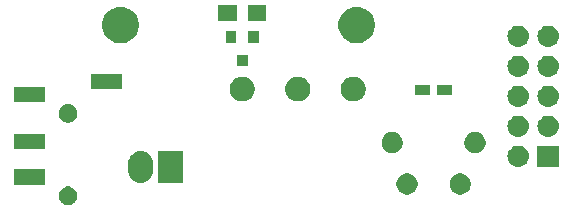
<source format=gts>
G04 #@! TF.GenerationSoftware,KiCad,Pcbnew,(5.1.0)-1*
G04 #@! TF.CreationDate,2019-04-11T16:44:05+05:30*
G04 #@! TF.ProjectId,senseBe_rev3_daughter,73656e73-6542-4655-9f72-6576335f6461,rev?*
G04 #@! TF.SameCoordinates,Original*
G04 #@! TF.FileFunction,Soldermask,Top*
G04 #@! TF.FilePolarity,Negative*
%FSLAX46Y46*%
G04 Gerber Fmt 4.6, Leading zero omitted, Abs format (unit mm)*
G04 Created by KiCad (PCBNEW (5.1.0)-1) date 2019-04-11 16:44:05*
%MOMM*%
%LPD*%
G04 APERTURE LIST*
%ADD10C,0.100000*%
G04 APERTURE END LIST*
D10*
G36*
X15781642Y-27688781D02*
G01*
X15927414Y-27749162D01*
X15927416Y-27749163D01*
X16058608Y-27836822D01*
X16170178Y-27948392D01*
X16257837Y-28079584D01*
X16257838Y-28079586D01*
X16318219Y-28225358D01*
X16349000Y-28380107D01*
X16349000Y-28537893D01*
X16318219Y-28692642D01*
X16257838Y-28838414D01*
X16257837Y-28838416D01*
X16170178Y-28969608D01*
X16058608Y-29081178D01*
X15927416Y-29168837D01*
X15927415Y-29168838D01*
X15927414Y-29168838D01*
X15781642Y-29229219D01*
X15626893Y-29260000D01*
X15469107Y-29260000D01*
X15314358Y-29229219D01*
X15168586Y-29168838D01*
X15168585Y-29168838D01*
X15168584Y-29168837D01*
X15037392Y-29081178D01*
X14925822Y-28969608D01*
X14838163Y-28838416D01*
X14838162Y-28838414D01*
X14777781Y-28692642D01*
X14747000Y-28537893D01*
X14747000Y-28380107D01*
X14777781Y-28225358D01*
X14838162Y-28079586D01*
X14838163Y-28079584D01*
X14925822Y-27948392D01*
X15037392Y-27836822D01*
X15168584Y-27749163D01*
X15168586Y-27749162D01*
X15314358Y-27688781D01*
X15469107Y-27658000D01*
X15626893Y-27658000D01*
X15781642Y-27688781D01*
X15781642Y-27688781D01*
G37*
G36*
X48863512Y-26553927D02*
G01*
X49012812Y-26583624D01*
X49176784Y-26651544D01*
X49324354Y-26750147D01*
X49449853Y-26875646D01*
X49548456Y-27023216D01*
X49616376Y-27187188D01*
X49645935Y-27335793D01*
X49648960Y-27351000D01*
X49651000Y-27361259D01*
X49651000Y-27538741D01*
X49616376Y-27712812D01*
X49548456Y-27876784D01*
X49449853Y-28024354D01*
X49324354Y-28149853D01*
X49176784Y-28248456D01*
X49012812Y-28316376D01*
X48863512Y-28346073D01*
X48838742Y-28351000D01*
X48661258Y-28351000D01*
X48636488Y-28346073D01*
X48487188Y-28316376D01*
X48323216Y-28248456D01*
X48175646Y-28149853D01*
X48050147Y-28024354D01*
X47951544Y-27876784D01*
X47883624Y-27712812D01*
X47849000Y-27538741D01*
X47849000Y-27361259D01*
X47851041Y-27351000D01*
X47854065Y-27335793D01*
X47883624Y-27187188D01*
X47951544Y-27023216D01*
X48050147Y-26875646D01*
X48175646Y-26750147D01*
X48323216Y-26651544D01*
X48487188Y-26583624D01*
X48636488Y-26553927D01*
X48661258Y-26549000D01*
X48838742Y-26549000D01*
X48863512Y-26553927D01*
X48863512Y-26553927D01*
G37*
G36*
X44363512Y-26553927D02*
G01*
X44512812Y-26583624D01*
X44676784Y-26651544D01*
X44824354Y-26750147D01*
X44949853Y-26875646D01*
X45048456Y-27023216D01*
X45116376Y-27187188D01*
X45145935Y-27335793D01*
X45148960Y-27351000D01*
X45151000Y-27361259D01*
X45151000Y-27538741D01*
X45116376Y-27712812D01*
X45048456Y-27876784D01*
X44949853Y-28024354D01*
X44824354Y-28149853D01*
X44676784Y-28248456D01*
X44512812Y-28316376D01*
X44363512Y-28346073D01*
X44338742Y-28351000D01*
X44161258Y-28351000D01*
X44136488Y-28346073D01*
X43987188Y-28316376D01*
X43823216Y-28248456D01*
X43675646Y-28149853D01*
X43550147Y-28024354D01*
X43451544Y-27876784D01*
X43383624Y-27712812D01*
X43349000Y-27538741D01*
X43349000Y-27361259D01*
X43351041Y-27351000D01*
X43354065Y-27335793D01*
X43383624Y-27187188D01*
X43451544Y-27023216D01*
X43550147Y-26875646D01*
X43675646Y-26750147D01*
X43823216Y-26651544D01*
X43987188Y-26583624D01*
X44136488Y-26553927D01*
X44161258Y-26549000D01*
X44338742Y-26549000D01*
X44363512Y-26553927D01*
X44363512Y-26553927D01*
G37*
G36*
X13599000Y-27510000D02*
G01*
X10997000Y-27510000D01*
X10997000Y-26208000D01*
X13599000Y-26208000D01*
X13599000Y-27510000D01*
X13599000Y-27510000D01*
G37*
G36*
X21906031Y-24664207D02*
G01*
X22104145Y-24724305D01*
X22104148Y-24724306D01*
X22149329Y-24748456D01*
X22286729Y-24821897D01*
X22446765Y-24953235D01*
X22578103Y-25113271D01*
X22578104Y-25113273D01*
X22675694Y-25295851D01*
X22675694Y-25295852D01*
X22675695Y-25295854D01*
X22735793Y-25493968D01*
X22751000Y-25648370D01*
X22751000Y-26351629D01*
X22735793Y-26506031D01*
X22722758Y-26549000D01*
X22675694Y-26704149D01*
X22609291Y-26828379D01*
X22578103Y-26886729D01*
X22446765Y-27046765D01*
X22286729Y-27178103D01*
X22200975Y-27223939D01*
X22104149Y-27275694D01*
X22104146Y-27275695D01*
X21906032Y-27335793D01*
X21700000Y-27356085D01*
X21493969Y-27335793D01*
X21295855Y-27275695D01*
X21295852Y-27275694D01*
X21199026Y-27223939D01*
X21113272Y-27178103D01*
X20953236Y-27046765D01*
X20821898Y-26886729D01*
X20799184Y-26844234D01*
X20724305Y-26704147D01*
X20677242Y-26549000D01*
X20664207Y-26506032D01*
X20649000Y-26351630D01*
X20649000Y-25648371D01*
X20664207Y-25493969D01*
X20724305Y-25295855D01*
X20724306Y-25295852D01*
X20759521Y-25229970D01*
X20821897Y-25113271D01*
X20953235Y-24953235D01*
X21113271Y-24821897D01*
X21241170Y-24753534D01*
X21295851Y-24724306D01*
X21295854Y-24724305D01*
X21493968Y-24664207D01*
X21700000Y-24643915D01*
X21906031Y-24664207D01*
X21906031Y-24664207D01*
G37*
G36*
X25291000Y-27351000D02*
G01*
X23189000Y-27351000D01*
X23189000Y-24649000D01*
X25291000Y-24649000D01*
X25291000Y-27351000D01*
X25291000Y-27351000D01*
G37*
G36*
X57101000Y-26001000D02*
G01*
X55299000Y-26001000D01*
X55299000Y-24199000D01*
X57101000Y-24199000D01*
X57101000Y-26001000D01*
X57101000Y-26001000D01*
G37*
G36*
X53770442Y-24205518D02*
G01*
X53836627Y-24212037D01*
X54006466Y-24263557D01*
X54162991Y-24347222D01*
X54198729Y-24376552D01*
X54300186Y-24459814D01*
X54383448Y-24561271D01*
X54412778Y-24597009D01*
X54496443Y-24753534D01*
X54547963Y-24923373D01*
X54565359Y-25100000D01*
X54547963Y-25276627D01*
X54496443Y-25446466D01*
X54412778Y-25602991D01*
X54383448Y-25638729D01*
X54300186Y-25740186D01*
X54198729Y-25823448D01*
X54162991Y-25852778D01*
X54006466Y-25936443D01*
X53836627Y-25987963D01*
X53770442Y-25994482D01*
X53704260Y-26001000D01*
X53615740Y-26001000D01*
X53549558Y-25994482D01*
X53483373Y-25987963D01*
X53313534Y-25936443D01*
X53157009Y-25852778D01*
X53121271Y-25823448D01*
X53019814Y-25740186D01*
X52936552Y-25638729D01*
X52907222Y-25602991D01*
X52823557Y-25446466D01*
X52772037Y-25276627D01*
X52754641Y-25100000D01*
X52772037Y-24923373D01*
X52823557Y-24753534D01*
X52907222Y-24597009D01*
X52936552Y-24561271D01*
X53019814Y-24459814D01*
X53121271Y-24376552D01*
X53157009Y-24347222D01*
X53313534Y-24263557D01*
X53483373Y-24212037D01*
X53549558Y-24205518D01*
X53615740Y-24199000D01*
X53704260Y-24199000D01*
X53770442Y-24205518D01*
X53770442Y-24205518D01*
G37*
G36*
X50113512Y-23053927D02*
G01*
X50262812Y-23083624D01*
X50426784Y-23151544D01*
X50574354Y-23250147D01*
X50699853Y-23375646D01*
X50798456Y-23523216D01*
X50866376Y-23687188D01*
X50901000Y-23861259D01*
X50901000Y-24038741D01*
X50866376Y-24212812D01*
X50798456Y-24376784D01*
X50699853Y-24524354D01*
X50574354Y-24649853D01*
X50426784Y-24748456D01*
X50262812Y-24816376D01*
X50113512Y-24846073D01*
X50088742Y-24851000D01*
X49911258Y-24851000D01*
X49886488Y-24846073D01*
X49737188Y-24816376D01*
X49573216Y-24748456D01*
X49425646Y-24649853D01*
X49300147Y-24524354D01*
X49201544Y-24376784D01*
X49133624Y-24212812D01*
X49099000Y-24038741D01*
X49099000Y-23861259D01*
X49133624Y-23687188D01*
X49201544Y-23523216D01*
X49300147Y-23375646D01*
X49425646Y-23250147D01*
X49573216Y-23151544D01*
X49737188Y-23083624D01*
X49886488Y-23053927D01*
X49911258Y-23049000D01*
X50088742Y-23049000D01*
X50113512Y-23053927D01*
X50113512Y-23053927D01*
G37*
G36*
X43113512Y-23053927D02*
G01*
X43262812Y-23083624D01*
X43426784Y-23151544D01*
X43574354Y-23250147D01*
X43699853Y-23375646D01*
X43798456Y-23523216D01*
X43866376Y-23687188D01*
X43901000Y-23861259D01*
X43901000Y-24038741D01*
X43866376Y-24212812D01*
X43798456Y-24376784D01*
X43699853Y-24524354D01*
X43574354Y-24649853D01*
X43426784Y-24748456D01*
X43262812Y-24816376D01*
X43113512Y-24846073D01*
X43088742Y-24851000D01*
X42911258Y-24851000D01*
X42886488Y-24846073D01*
X42737188Y-24816376D01*
X42573216Y-24748456D01*
X42425646Y-24649853D01*
X42300147Y-24524354D01*
X42201544Y-24376784D01*
X42133624Y-24212812D01*
X42099000Y-24038741D01*
X42099000Y-23861259D01*
X42133624Y-23687188D01*
X42201544Y-23523216D01*
X42300147Y-23375646D01*
X42425646Y-23250147D01*
X42573216Y-23151544D01*
X42737188Y-23083624D01*
X42886488Y-23053927D01*
X42911258Y-23049000D01*
X43088742Y-23049000D01*
X43113512Y-23053927D01*
X43113512Y-23053927D01*
G37*
G36*
X13599000Y-24510000D02*
G01*
X10997000Y-24510000D01*
X10997000Y-23208000D01*
X13599000Y-23208000D01*
X13599000Y-24510000D01*
X13599000Y-24510000D01*
G37*
G36*
X56310443Y-21665519D02*
G01*
X56376627Y-21672037D01*
X56546466Y-21723557D01*
X56702991Y-21807222D01*
X56738729Y-21836552D01*
X56840186Y-21919814D01*
X56923448Y-22021271D01*
X56952778Y-22057009D01*
X57036443Y-22213534D01*
X57087963Y-22383373D01*
X57105359Y-22560000D01*
X57087963Y-22736627D01*
X57036443Y-22906466D01*
X56952778Y-23062991D01*
X56935845Y-23083624D01*
X56840186Y-23200186D01*
X56738729Y-23283448D01*
X56702991Y-23312778D01*
X56546466Y-23396443D01*
X56376627Y-23447963D01*
X56310442Y-23454482D01*
X56244260Y-23461000D01*
X56155740Y-23461000D01*
X56089558Y-23454482D01*
X56023373Y-23447963D01*
X55853534Y-23396443D01*
X55697009Y-23312778D01*
X55661271Y-23283448D01*
X55559814Y-23200186D01*
X55464155Y-23083624D01*
X55447222Y-23062991D01*
X55363557Y-22906466D01*
X55312037Y-22736627D01*
X55294641Y-22560000D01*
X55312037Y-22383373D01*
X55363557Y-22213534D01*
X55447222Y-22057009D01*
X55476552Y-22021271D01*
X55559814Y-21919814D01*
X55661271Y-21836552D01*
X55697009Y-21807222D01*
X55853534Y-21723557D01*
X56023373Y-21672037D01*
X56089557Y-21665519D01*
X56155740Y-21659000D01*
X56244260Y-21659000D01*
X56310443Y-21665519D01*
X56310443Y-21665519D01*
G37*
G36*
X53770443Y-21665519D02*
G01*
X53836627Y-21672037D01*
X54006466Y-21723557D01*
X54162991Y-21807222D01*
X54198729Y-21836552D01*
X54300186Y-21919814D01*
X54383448Y-22021271D01*
X54412778Y-22057009D01*
X54496443Y-22213534D01*
X54547963Y-22383373D01*
X54565359Y-22560000D01*
X54547963Y-22736627D01*
X54496443Y-22906466D01*
X54412778Y-23062991D01*
X54395845Y-23083624D01*
X54300186Y-23200186D01*
X54198729Y-23283448D01*
X54162991Y-23312778D01*
X54006466Y-23396443D01*
X53836627Y-23447963D01*
X53770442Y-23454482D01*
X53704260Y-23461000D01*
X53615740Y-23461000D01*
X53549558Y-23454482D01*
X53483373Y-23447963D01*
X53313534Y-23396443D01*
X53157009Y-23312778D01*
X53121271Y-23283448D01*
X53019814Y-23200186D01*
X52924155Y-23083624D01*
X52907222Y-23062991D01*
X52823557Y-22906466D01*
X52772037Y-22736627D01*
X52754641Y-22560000D01*
X52772037Y-22383373D01*
X52823557Y-22213534D01*
X52907222Y-22057009D01*
X52936552Y-22021271D01*
X53019814Y-21919814D01*
X53121271Y-21836552D01*
X53157009Y-21807222D01*
X53313534Y-21723557D01*
X53483373Y-21672037D01*
X53549557Y-21665519D01*
X53615740Y-21659000D01*
X53704260Y-21659000D01*
X53770443Y-21665519D01*
X53770443Y-21665519D01*
G37*
G36*
X15781642Y-20688781D02*
G01*
X15927414Y-20749162D01*
X15927416Y-20749163D01*
X16058608Y-20836822D01*
X16170178Y-20948392D01*
X16257837Y-21079584D01*
X16257838Y-21079586D01*
X16318219Y-21225358D01*
X16349000Y-21380107D01*
X16349000Y-21537893D01*
X16318219Y-21692642D01*
X16270758Y-21807222D01*
X16257837Y-21838416D01*
X16170178Y-21969608D01*
X16058608Y-22081178D01*
X15927416Y-22168837D01*
X15927415Y-22168838D01*
X15927414Y-22168838D01*
X15781642Y-22229219D01*
X15626893Y-22260000D01*
X15469107Y-22260000D01*
X15314358Y-22229219D01*
X15168586Y-22168838D01*
X15168585Y-22168838D01*
X15168584Y-22168837D01*
X15037392Y-22081178D01*
X14925822Y-21969608D01*
X14838163Y-21838416D01*
X14825242Y-21807222D01*
X14777781Y-21692642D01*
X14747000Y-21537893D01*
X14747000Y-21380107D01*
X14777781Y-21225358D01*
X14838162Y-21079586D01*
X14838163Y-21079584D01*
X14925822Y-20948392D01*
X15037392Y-20836822D01*
X15168584Y-20749163D01*
X15168586Y-20749162D01*
X15314358Y-20688781D01*
X15469107Y-20658000D01*
X15626893Y-20658000D01*
X15781642Y-20688781D01*
X15781642Y-20688781D01*
G37*
G36*
X56310443Y-19125519D02*
G01*
X56376627Y-19132037D01*
X56546466Y-19183557D01*
X56702991Y-19267222D01*
X56738647Y-19296484D01*
X56840186Y-19379814D01*
X56923448Y-19481271D01*
X56952778Y-19517009D01*
X57036443Y-19673534D01*
X57087963Y-19843373D01*
X57105359Y-20020000D01*
X57087963Y-20196627D01*
X57036443Y-20366466D01*
X56952778Y-20522991D01*
X56923448Y-20558729D01*
X56840186Y-20660186D01*
X56738729Y-20743448D01*
X56702991Y-20772778D01*
X56546466Y-20856443D01*
X56376627Y-20907963D01*
X56310443Y-20914481D01*
X56244260Y-20921000D01*
X56155740Y-20921000D01*
X56089557Y-20914481D01*
X56023373Y-20907963D01*
X55853534Y-20856443D01*
X55697009Y-20772778D01*
X55661271Y-20743448D01*
X55559814Y-20660186D01*
X55476552Y-20558729D01*
X55447222Y-20522991D01*
X55363557Y-20366466D01*
X55312037Y-20196627D01*
X55294641Y-20020000D01*
X55312037Y-19843373D01*
X55363557Y-19673534D01*
X55447222Y-19517009D01*
X55476552Y-19481271D01*
X55559814Y-19379814D01*
X55661353Y-19296484D01*
X55697009Y-19267222D01*
X55853534Y-19183557D01*
X56023373Y-19132037D01*
X56089557Y-19125519D01*
X56155740Y-19119000D01*
X56244260Y-19119000D01*
X56310443Y-19125519D01*
X56310443Y-19125519D01*
G37*
G36*
X53770443Y-19125519D02*
G01*
X53836627Y-19132037D01*
X54006466Y-19183557D01*
X54162991Y-19267222D01*
X54198647Y-19296484D01*
X54300186Y-19379814D01*
X54383448Y-19481271D01*
X54412778Y-19517009D01*
X54496443Y-19673534D01*
X54547963Y-19843373D01*
X54565359Y-20020000D01*
X54547963Y-20196627D01*
X54496443Y-20366466D01*
X54412778Y-20522991D01*
X54383448Y-20558729D01*
X54300186Y-20660186D01*
X54198729Y-20743448D01*
X54162991Y-20772778D01*
X54006466Y-20856443D01*
X53836627Y-20907963D01*
X53770443Y-20914481D01*
X53704260Y-20921000D01*
X53615740Y-20921000D01*
X53549557Y-20914481D01*
X53483373Y-20907963D01*
X53313534Y-20856443D01*
X53157009Y-20772778D01*
X53121271Y-20743448D01*
X53019814Y-20660186D01*
X52936552Y-20558729D01*
X52907222Y-20522991D01*
X52823557Y-20366466D01*
X52772037Y-20196627D01*
X52754641Y-20020000D01*
X52772037Y-19843373D01*
X52823557Y-19673534D01*
X52907222Y-19517009D01*
X52936552Y-19481271D01*
X53019814Y-19379814D01*
X53121353Y-19296484D01*
X53157009Y-19267222D01*
X53313534Y-19183557D01*
X53483373Y-19132037D01*
X53549557Y-19125519D01*
X53615740Y-19119000D01*
X53704260Y-19119000D01*
X53770443Y-19125519D01*
X53770443Y-19125519D01*
G37*
G36*
X13599000Y-20510000D02*
G01*
X10997000Y-20510000D01*
X10997000Y-19208000D01*
X13599000Y-19208000D01*
X13599000Y-20510000D01*
X13599000Y-20510000D01*
G37*
G36*
X35306564Y-18389389D02*
G01*
X35497833Y-18468615D01*
X35497835Y-18468616D01*
X35669973Y-18583635D01*
X35816365Y-18730027D01*
X35931385Y-18902167D01*
X36010611Y-19093436D01*
X36051000Y-19296484D01*
X36051000Y-19503516D01*
X36010611Y-19706564D01*
X35953943Y-19843373D01*
X35931384Y-19897835D01*
X35816365Y-20069973D01*
X35669973Y-20216365D01*
X35497835Y-20331384D01*
X35497834Y-20331385D01*
X35497833Y-20331385D01*
X35306564Y-20410611D01*
X35103516Y-20451000D01*
X34896484Y-20451000D01*
X34693436Y-20410611D01*
X34502167Y-20331385D01*
X34502166Y-20331385D01*
X34502165Y-20331384D01*
X34330027Y-20216365D01*
X34183635Y-20069973D01*
X34068616Y-19897835D01*
X34046057Y-19843373D01*
X33989389Y-19706564D01*
X33949000Y-19503516D01*
X33949000Y-19296484D01*
X33989389Y-19093436D01*
X34068615Y-18902167D01*
X34183635Y-18730027D01*
X34330027Y-18583635D01*
X34502165Y-18468616D01*
X34502167Y-18468615D01*
X34693436Y-18389389D01*
X34896484Y-18349000D01*
X35103516Y-18349000D01*
X35306564Y-18389389D01*
X35306564Y-18389389D01*
G37*
G36*
X40006564Y-18389389D02*
G01*
X40197833Y-18468615D01*
X40197835Y-18468616D01*
X40369973Y-18583635D01*
X40516365Y-18730027D01*
X40631385Y-18902167D01*
X40710611Y-19093436D01*
X40751000Y-19296484D01*
X40751000Y-19503516D01*
X40710611Y-19706564D01*
X40653943Y-19843373D01*
X40631384Y-19897835D01*
X40516365Y-20069973D01*
X40369973Y-20216365D01*
X40197835Y-20331384D01*
X40197834Y-20331385D01*
X40197833Y-20331385D01*
X40006564Y-20410611D01*
X39803516Y-20451000D01*
X39596484Y-20451000D01*
X39393436Y-20410611D01*
X39202167Y-20331385D01*
X39202166Y-20331385D01*
X39202165Y-20331384D01*
X39030027Y-20216365D01*
X38883635Y-20069973D01*
X38768616Y-19897835D01*
X38746057Y-19843373D01*
X38689389Y-19706564D01*
X38649000Y-19503516D01*
X38649000Y-19296484D01*
X38689389Y-19093436D01*
X38768615Y-18902167D01*
X38883635Y-18730027D01*
X39030027Y-18583635D01*
X39202165Y-18468616D01*
X39202167Y-18468615D01*
X39393436Y-18389389D01*
X39596484Y-18349000D01*
X39803516Y-18349000D01*
X40006564Y-18389389D01*
X40006564Y-18389389D01*
G37*
G36*
X30606564Y-18389389D02*
G01*
X30797833Y-18468615D01*
X30797835Y-18468616D01*
X30969973Y-18583635D01*
X31116365Y-18730027D01*
X31231385Y-18902167D01*
X31310611Y-19093436D01*
X31351000Y-19296484D01*
X31351000Y-19503516D01*
X31310611Y-19706564D01*
X31253943Y-19843373D01*
X31231384Y-19897835D01*
X31116365Y-20069973D01*
X30969973Y-20216365D01*
X30797835Y-20331384D01*
X30797834Y-20331385D01*
X30797833Y-20331385D01*
X30606564Y-20410611D01*
X30403516Y-20451000D01*
X30196484Y-20451000D01*
X29993436Y-20410611D01*
X29802167Y-20331385D01*
X29802166Y-20331385D01*
X29802165Y-20331384D01*
X29630027Y-20216365D01*
X29483635Y-20069973D01*
X29368616Y-19897835D01*
X29346057Y-19843373D01*
X29289389Y-19706564D01*
X29249000Y-19503516D01*
X29249000Y-19296484D01*
X29289389Y-19093436D01*
X29368615Y-18902167D01*
X29483635Y-18730027D01*
X29630027Y-18583635D01*
X29802165Y-18468616D01*
X29802167Y-18468615D01*
X29993436Y-18389389D01*
X30196484Y-18349000D01*
X30403516Y-18349000D01*
X30606564Y-18389389D01*
X30606564Y-18389389D01*
G37*
G36*
X48101000Y-19926000D02*
G01*
X46799000Y-19926000D01*
X46799000Y-19074000D01*
X48101000Y-19074000D01*
X48101000Y-19926000D01*
X48101000Y-19926000D01*
G37*
G36*
X46201000Y-19926000D02*
G01*
X44899000Y-19926000D01*
X44899000Y-19074000D01*
X46201000Y-19074000D01*
X46201000Y-19926000D01*
X46201000Y-19926000D01*
G37*
G36*
X20099000Y-19410000D02*
G01*
X17497000Y-19410000D01*
X17497000Y-18108000D01*
X20099000Y-18108000D01*
X20099000Y-19410000D01*
X20099000Y-19410000D01*
G37*
G36*
X56310443Y-16585519D02*
G01*
X56376627Y-16592037D01*
X56546466Y-16643557D01*
X56702991Y-16727222D01*
X56738729Y-16756552D01*
X56840186Y-16839814D01*
X56923448Y-16941271D01*
X56952778Y-16977009D01*
X57036443Y-17133534D01*
X57087963Y-17303373D01*
X57105359Y-17480000D01*
X57087963Y-17656627D01*
X57036443Y-17826466D01*
X56952778Y-17982991D01*
X56923448Y-18018729D01*
X56840186Y-18120186D01*
X56738729Y-18203448D01*
X56702991Y-18232778D01*
X56546466Y-18316443D01*
X56376627Y-18367963D01*
X56310443Y-18374481D01*
X56244260Y-18381000D01*
X56155740Y-18381000D01*
X56089557Y-18374481D01*
X56023373Y-18367963D01*
X55853534Y-18316443D01*
X55697009Y-18232778D01*
X55661271Y-18203448D01*
X55559814Y-18120186D01*
X55476552Y-18018729D01*
X55447222Y-17982991D01*
X55363557Y-17826466D01*
X55312037Y-17656627D01*
X55294641Y-17480000D01*
X55312037Y-17303373D01*
X55363557Y-17133534D01*
X55447222Y-16977009D01*
X55476552Y-16941271D01*
X55559814Y-16839814D01*
X55661271Y-16756552D01*
X55697009Y-16727222D01*
X55853534Y-16643557D01*
X56023373Y-16592037D01*
X56089557Y-16585519D01*
X56155740Y-16579000D01*
X56244260Y-16579000D01*
X56310443Y-16585519D01*
X56310443Y-16585519D01*
G37*
G36*
X53770443Y-16585519D02*
G01*
X53836627Y-16592037D01*
X54006466Y-16643557D01*
X54162991Y-16727222D01*
X54198729Y-16756552D01*
X54300186Y-16839814D01*
X54383448Y-16941271D01*
X54412778Y-16977009D01*
X54496443Y-17133534D01*
X54547963Y-17303373D01*
X54565359Y-17480000D01*
X54547963Y-17656627D01*
X54496443Y-17826466D01*
X54412778Y-17982991D01*
X54383448Y-18018729D01*
X54300186Y-18120186D01*
X54198729Y-18203448D01*
X54162991Y-18232778D01*
X54006466Y-18316443D01*
X53836627Y-18367963D01*
X53770443Y-18374481D01*
X53704260Y-18381000D01*
X53615740Y-18381000D01*
X53549557Y-18374481D01*
X53483373Y-18367963D01*
X53313534Y-18316443D01*
X53157009Y-18232778D01*
X53121271Y-18203448D01*
X53019814Y-18120186D01*
X52936552Y-18018729D01*
X52907222Y-17982991D01*
X52823557Y-17826466D01*
X52772037Y-17656627D01*
X52754641Y-17480000D01*
X52772037Y-17303373D01*
X52823557Y-17133534D01*
X52907222Y-16977009D01*
X52936552Y-16941271D01*
X53019814Y-16839814D01*
X53121271Y-16756552D01*
X53157009Y-16727222D01*
X53313534Y-16643557D01*
X53483373Y-16592037D01*
X53549557Y-16585519D01*
X53615740Y-16579000D01*
X53704260Y-16579000D01*
X53770443Y-16585519D01*
X53770443Y-16585519D01*
G37*
G36*
X30751000Y-17501000D02*
G01*
X29849000Y-17501000D01*
X29849000Y-16499000D01*
X30751000Y-16499000D01*
X30751000Y-17501000D01*
X30751000Y-17501000D01*
G37*
G36*
X56310442Y-14045518D02*
G01*
X56376627Y-14052037D01*
X56546466Y-14103557D01*
X56702991Y-14187222D01*
X56738729Y-14216552D01*
X56840186Y-14299814D01*
X56923448Y-14401271D01*
X56952778Y-14437009D01*
X57036443Y-14593534D01*
X57087963Y-14763373D01*
X57105359Y-14940000D01*
X57087963Y-15116627D01*
X57036443Y-15286466D01*
X56952778Y-15442991D01*
X56923448Y-15478729D01*
X56840186Y-15580186D01*
X56738729Y-15663448D01*
X56702991Y-15692778D01*
X56546466Y-15776443D01*
X56376627Y-15827963D01*
X56310443Y-15834481D01*
X56244260Y-15841000D01*
X56155740Y-15841000D01*
X56089557Y-15834481D01*
X56023373Y-15827963D01*
X55853534Y-15776443D01*
X55697009Y-15692778D01*
X55661271Y-15663448D01*
X55559814Y-15580186D01*
X55476552Y-15478729D01*
X55447222Y-15442991D01*
X55363557Y-15286466D01*
X55312037Y-15116627D01*
X55294641Y-14940000D01*
X55312037Y-14763373D01*
X55363557Y-14593534D01*
X55447222Y-14437009D01*
X55476552Y-14401271D01*
X55559814Y-14299814D01*
X55661271Y-14216552D01*
X55697009Y-14187222D01*
X55853534Y-14103557D01*
X56023373Y-14052037D01*
X56089558Y-14045518D01*
X56155740Y-14039000D01*
X56244260Y-14039000D01*
X56310442Y-14045518D01*
X56310442Y-14045518D01*
G37*
G36*
X53770442Y-14045518D02*
G01*
X53836627Y-14052037D01*
X54006466Y-14103557D01*
X54162991Y-14187222D01*
X54198729Y-14216552D01*
X54300186Y-14299814D01*
X54383448Y-14401271D01*
X54412778Y-14437009D01*
X54496443Y-14593534D01*
X54547963Y-14763373D01*
X54565359Y-14940000D01*
X54547963Y-15116627D01*
X54496443Y-15286466D01*
X54412778Y-15442991D01*
X54383448Y-15478729D01*
X54300186Y-15580186D01*
X54198729Y-15663448D01*
X54162991Y-15692778D01*
X54006466Y-15776443D01*
X53836627Y-15827963D01*
X53770443Y-15834481D01*
X53704260Y-15841000D01*
X53615740Y-15841000D01*
X53549557Y-15834481D01*
X53483373Y-15827963D01*
X53313534Y-15776443D01*
X53157009Y-15692778D01*
X53121271Y-15663448D01*
X53019814Y-15580186D01*
X52936552Y-15478729D01*
X52907222Y-15442991D01*
X52823557Y-15286466D01*
X52772037Y-15116627D01*
X52754641Y-14940000D01*
X52772037Y-14763373D01*
X52823557Y-14593534D01*
X52907222Y-14437009D01*
X52936552Y-14401271D01*
X53019814Y-14299814D01*
X53121271Y-14216552D01*
X53157009Y-14187222D01*
X53313534Y-14103557D01*
X53483373Y-14052037D01*
X53549558Y-14045518D01*
X53615740Y-14039000D01*
X53704260Y-14039000D01*
X53770442Y-14045518D01*
X53770442Y-14045518D01*
G37*
G36*
X40302585Y-12478802D02*
G01*
X40452410Y-12508604D01*
X40734674Y-12625521D01*
X40988705Y-12795259D01*
X41204741Y-13011295D01*
X41374479Y-13265326D01*
X41491396Y-13547590D01*
X41551000Y-13847240D01*
X41551000Y-14152760D01*
X41491396Y-14452410D01*
X41374479Y-14734674D01*
X41204741Y-14988705D01*
X40988705Y-15204741D01*
X40734674Y-15374479D01*
X40452410Y-15491396D01*
X40404127Y-15501000D01*
X40152761Y-15551000D01*
X39847239Y-15551000D01*
X39595873Y-15501000D01*
X39547590Y-15491396D01*
X39265326Y-15374479D01*
X39011295Y-15204741D01*
X38795259Y-14988705D01*
X38625521Y-14734674D01*
X38508604Y-14452410D01*
X38449000Y-14152760D01*
X38449000Y-13847240D01*
X38508604Y-13547590D01*
X38625521Y-13265326D01*
X38795259Y-13011295D01*
X39011295Y-12795259D01*
X39265326Y-12625521D01*
X39547590Y-12508604D01*
X39697415Y-12478802D01*
X39847239Y-12449000D01*
X40152761Y-12449000D01*
X40302585Y-12478802D01*
X40302585Y-12478802D01*
G37*
G36*
X20302585Y-12478802D02*
G01*
X20452410Y-12508604D01*
X20734674Y-12625521D01*
X20988705Y-12795259D01*
X21204741Y-13011295D01*
X21374479Y-13265326D01*
X21491396Y-13547590D01*
X21551000Y-13847240D01*
X21551000Y-14152760D01*
X21491396Y-14452410D01*
X21374479Y-14734674D01*
X21204741Y-14988705D01*
X20988705Y-15204741D01*
X20734674Y-15374479D01*
X20452410Y-15491396D01*
X20404127Y-15501000D01*
X20152761Y-15551000D01*
X19847239Y-15551000D01*
X19595873Y-15501000D01*
X19547590Y-15491396D01*
X19265326Y-15374479D01*
X19011295Y-15204741D01*
X18795259Y-14988705D01*
X18625521Y-14734674D01*
X18508604Y-14452410D01*
X18449000Y-14152760D01*
X18449000Y-13847240D01*
X18508604Y-13547590D01*
X18625521Y-13265326D01*
X18795259Y-13011295D01*
X19011295Y-12795259D01*
X19265326Y-12625521D01*
X19547590Y-12508604D01*
X19697415Y-12478802D01*
X19847239Y-12449000D01*
X20152761Y-12449000D01*
X20302585Y-12478802D01*
X20302585Y-12478802D01*
G37*
G36*
X31701000Y-15501000D02*
G01*
X30799000Y-15501000D01*
X30799000Y-14499000D01*
X31701000Y-14499000D01*
X31701000Y-15501000D01*
X31701000Y-15501000D01*
G37*
G36*
X29801000Y-15501000D02*
G01*
X28899000Y-15501000D01*
X28899000Y-14499000D01*
X29801000Y-14499000D01*
X29801000Y-15501000D01*
X29801000Y-15501000D01*
G37*
G36*
X32351000Y-13676000D02*
G01*
X30749000Y-13676000D01*
X30749000Y-12324000D01*
X32351000Y-12324000D01*
X32351000Y-13676000D01*
X32351000Y-13676000D01*
G37*
G36*
X29851000Y-13676000D02*
G01*
X28249000Y-13676000D01*
X28249000Y-12324000D01*
X29851000Y-12324000D01*
X29851000Y-13676000D01*
X29851000Y-13676000D01*
G37*
M02*

</source>
